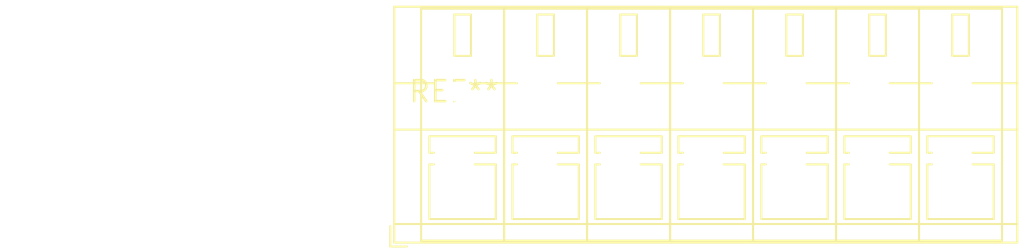
<source format=kicad_pcb>
(kicad_pcb (version 20240108) (generator pcbnew)
  (layers (0 "F.Cu" signal) (31 "B.Cu" signal) (34 "B.Paste" user) (35 "F.Paste" user) (36 "B.SilkS" user "B.Silkscreen") (37 "F.SilkS" user "F.Silkscreen") (38 "B.Mask" user) (39 "F.Mask" user) (44 "Edge.Cuts" user))
  (net 0 "")
  (footprint "TerminalBlock_WAGO_236-407_1x07_P5.00mm_45Degree" (layer "F.Cu") (at 0 0)
    (property "Reference" "REF**")
    (property "Value" "TerminalBlock_WAGO_236-407_1x07_P5.00mm_45Degree")
    (fp_line (start -3.86 8.12) (end -3.86 9.36) (layer "F.SilkS") (stroke (width 0.12)))
    (fp_line (start -3.86 9.36) (end -2.86 9.36) (layer "F.SilkS") (stroke (width 0.12)))
    (fp_line (start -3.62 -5.12) (end -3.62 9.12) (layer "F.SilkS") (stroke (width 0.12)))
    (fp_line (start -3.62 -5.12) (end 33.92 -5.12) (layer "F.SilkS") (stroke (width 0.12)))
    (fp_line (start -3.62 -0.5) (end -1.23 -0.5) (layer "F.SilkS") (stroke (width 0.12)))
    (fp_line (start -3.62 2.3) (end 33.92 2.3) (layer "F.SilkS") (stroke (width 0.12)))
    (fp_line (start -3.62 8) (end 33.92 8) (layer "F.SilkS") (stroke (width 0.12)))
    (fp_line (start -3.62 9.12) (end 33.92 9.12) (layer "F.SilkS") (stroke (width 0.12)))
    (fp_line (start -2 -5) (end -2 9) (layer "F.SilkS") (stroke (width 0.12)))
    (fp_line (start -2 -5) (end 3 -5) (layer "F.SilkS") (stroke (width 0.12)))
    (fp_line (start -2 9) (end 3 9) (layer "F.SilkS") (stroke (width 0.12)))
    (fp_line (start -1.5 2.7) (end -1.5 3.7) (layer "F.SilkS") (stroke (width 0.12)))
    (fp_line (start -1.5 2.7) (end 2.5 2.7) (layer "F.SilkS") (stroke (width 0.12)))
    (fp_line (start -1.5 3.7) (end -1.23 3.7) (layer "F.SilkS") (stroke (width 0.12)))
    (fp_line (start -1.5 4.4) (end -1.5 7.7) (layer "F.SilkS") (stroke (width 0.12)))
    (fp_line (start -1.5 4.4) (end -1.23 4.4) (layer "F.SilkS") (stroke (width 0.12)))
    (fp_line (start -1.5 7.7) (end 2.5 7.7) (layer "F.SilkS") (stroke (width 0.12)))
    (fp_line (start 0 -4.65) (end 0 -2.151) (layer "F.SilkS") (stroke (width 0.12)))
    (fp_line (start 0 -4.65) (end 1 -4.65) (layer "F.SilkS") (stroke (width 0.12)))
    (fp_line (start 0 -2.151) (end 1 -2.151) (layer "F.SilkS") (stroke (width 0.12)))
    (fp_line (start 1 -4.65) (end 1 -2.151) (layer "F.SilkS") (stroke (width 0.12)))
    (fp_line (start 1.23 -0.5) (end 3.77 -0.5) (layer "F.SilkS") (stroke (width 0.12)))
    (fp_line (start 1.23 3.7) (end 2.5 3.7) (layer "F.SilkS") (stroke (width 0.12)))
    (fp_line (start 1.23 4.4) (end 2.5 4.4) (layer "F.SilkS") (stroke (width 0.12)))
    (fp_line (start 2.5 2.7) (end 2.5 3.7) (layer "F.SilkS") (stroke (width 0.12)))
    (fp_line (start 2.5 4.4) (end 2.5 7.7) (layer "F.SilkS") (stroke (width 0.12)))
    (fp_line (start 3 -5) (end 3 9) (layer "F.SilkS") (stroke (width 0.12)))
    (fp_line (start 3 -5) (end 3 9) (layer "F.SilkS") (stroke (width 0.12)))
    (fp_line (start 3 -5) (end 8 -5) (layer "F.SilkS") (stroke (width 0.12)))
    (fp_line (start 3 9) (end 8 9) (layer "F.SilkS") (stroke (width 0.12)))
    (fp_line (start 3.5 2.7) (end 3.5 3.7) (layer "F.SilkS") (stroke (width 0.12)))
    (fp_line (start 3.5 2.7) (end 7.5 2.7) (layer "F.SilkS") (stroke (width 0.12)))
    (fp_line (start 3.5 3.7) (end 3.77 3.7) (layer "F.SilkS") (stroke (width 0.12)))
    (fp_line (start 3.5 4.4) (end 3.5 7.7) (layer "F.SilkS") (stroke (width 0.12)))
    (fp_line (start 3.5 4.4) (end 3.77 4.4) (layer "F.SilkS") (stroke (width 0.12)))
    (fp_line (start 3.5 7.7) (end 7.5 7.7) (layer "F.SilkS") (stroke (width 0.12)))
    (fp_line (start 5 -4.65) (end 5 -2.151) (layer "F.SilkS") (stroke (width 0.12)))
    (fp_line (start 5 -4.65) (end 6 -4.65) (layer "F.SilkS") (stroke (width 0.12)))
    (fp_line (start 5 -2.151) (end 6 -2.151) (layer "F.SilkS") (stroke (width 0.12)))
    (fp_line (start 6 -4.65) (end 6 -2.151) (layer "F.SilkS") (stroke (width 0.12)))
    (fp_line (start 6.23 -0.5) (end 8.77 -0.5) (layer "F.SilkS") (stroke (width 0.12)))
    (fp_line (start 6.23 3.7) (end 7.5 3.7) (layer "F.SilkS") (stroke (width 0.12)))
    (fp_line (start 6.23 4.4) (end 7.5 4.4) (layer "F.SilkS") (stroke (width 0.12)))
    (fp_line (start 7.5 2.7) (end 7.5 3.7) (layer "F.SilkS") (stroke (width 0.12)))
    (fp_line (start 7.5 4.4) (end 7.5 7.7) (layer "F.SilkS") (stroke (width 0.12)))
    (fp_line (start 8 -5) (end 8 9) (layer "F.SilkS") (stroke (width 0.12)))
    (fp_line (start 8 -5) (end 8 9) (layer "F.SilkS") (stroke (width 0.12)))
    (fp_line (start 8 -5) (end 13 -5) (layer "F.SilkS") (stroke (width 0.12)))
    (fp_line (start 8 9) (end 13 9) (layer "F.SilkS") (stroke (width 0.12)))
    (fp_line (start 8.5 2.7) (end 8.5 3.7) (layer "F.SilkS") (stroke (width 0.12)))
    (fp_line (start 8.5 2.7) (end 12.5 2.7) (layer "F.SilkS") (stroke (width 0.12)))
    (fp_line (start 8.5 3.7) (end 8.77 3.7) (layer "F.SilkS") (stroke (width 0.12)))
    (fp_line (start 8.5 4.4) (end 8.5 7.7) (layer "F.SilkS") (stroke (width 0.12)))
    (fp_line (start 8.5 4.4) (end 8.77 4.4) (layer "F.SilkS") (stroke (width 0.12)))
    (fp_line (start 8.5 7.7) (end 12.5 7.7) (layer "F.SilkS") (stroke (width 0.12)))
    (fp_line (start 10 -4.65) (end 10 -2.151) (layer "F.SilkS") (stroke (width 0.12)))
    (fp_line (start 10 -4.65) (end 11 -4.65) (layer "F.SilkS") (stroke (width 0.12)))
    (fp_line (start 10 -2.151) (end 11 -2.151) (layer "F.SilkS") (stroke (width 0.12)))
    (fp_line (start 11 -4.65) (end 11 -2.151) (layer "F.SilkS") (stroke (width 0.12)))
    (fp_line (start 11.23 -0.5) (end 13.77 -0.5) (layer "F.SilkS") (stroke (width 0.12)))
    (fp_line (start 11.23 3.7) (end 12.5 3.7) (layer "F.SilkS") (stroke (width 0.12)))
    (fp_line (start 11.23 4.4) (end 12.5 4.4) (layer "F.SilkS") (stroke (width 0.12)))
    (fp_line (start 12.5 2.7) (end 12.5 3.7) (layer "F.SilkS") (stroke (width 0.12)))
    (fp_line (start 12.5 4.4) (end 12.5 7.7) (layer "F.SilkS") (stroke (width 0.12)))
    (fp_line (start 13 -5) (end 13 9) (layer "F.SilkS") (stroke (width 0.12)))
    (fp_line (start 13 -5) (end 13 9) (layer "F.SilkS") (stroke (width 0.12)))
    (fp_line (start 13 -5) (end 18 -5) (layer "F.SilkS") (stroke (width 0.12)))
    (fp_line (start 13 9) (end 18 9) (layer "F.SilkS") (stroke (width 0.12)))
    (fp_line (start 13.5 2.7) (end 13.5 3.7) (layer "F.SilkS") (stroke (width 0.12)))
    (fp_line (start 13.5 2.7) (end 17.5 2.7) (layer "F.SilkS") (stroke (width 0.12)))
    (fp_line (start 13.5 3.7) (end 13.77 3.7) (layer "F.SilkS") (stroke (width 0.12)))
    (fp_line (start 13.5 4.4) (end 13.5 7.7) (layer "F.SilkS") (stroke (width 0.12)))
    (fp_line (start 13.5 4.4) (end 13.77 4.4) (layer "F.SilkS") (stroke (width 0.12)))
    (fp_line (start 13.5 7.7) (end 17.5 7.7) (layer "F.SilkS") (stroke (width 0.12)))
    (fp_line (start 15 -4.65) (end 15 -2.151) (layer "F.SilkS") (stroke (width 0.12)))
    (fp_line (start 15 -4.65) (end 16 -4.65) (layer "F.SilkS") (stroke (width 0.12)))
    (fp_line (start 15 -2.151) (end 16 -2.151) (layer "F.SilkS") (stroke (width 0.12)))
    (fp_line (start 16 -4.65) (end 16 -2.151) (layer "F.SilkS") (stroke (width 0.12)))
    (fp_line (start 16.23 -0.5) (end 18.77 -0.5) (layer "F.SilkS") (stroke (width 0.12)))
    (fp_line (start 16.23 3.7) (end 17.5 3.7) (layer "F.SilkS") (stroke (width 0.12)))
    (fp_line (start 16.23 4.4) (end 17.5 4.4) (layer "F.SilkS") (stroke (width 0.12)))
    (fp_line (start 17.5 2.7) (end 17.5 3.7) (layer "F.SilkS") (stroke (width 0.12)))
    (fp_line (start 17.5 4.4) (end 17.5 7.7) (layer "F.SilkS") (stroke (width 0.12)))
    (fp_line (start 18 -5) (end 18 9) (layer "F.SilkS") (stroke (width 0.12)))
    (fp_line (start 18 -5) (end 18 9) (layer "F.SilkS") (stroke (width 0.12)))
    (fp_line (start 18 -5) (end 23 -5) (layer "F.SilkS") (stroke (width 0.12)))
    (fp_line (start 18 9) (end 23 9) (layer "F.SilkS") (stroke (width 0.12)))
    (fp_line (start 18.5 2.7) (end 18.5 3.7) (layer "F.SilkS") (stroke (width 0.12)))
    (fp_line (start 18.5 2.7) (end 22.5 2.7) (layer "F.SilkS") (stroke (width 0.12)))
    (fp_line (start 18.5 3.7) (end 18.77 3.7) (layer "F.SilkS") (stroke (width 0.12)))
    (fp_line (start 18.5 4.4) (end 18.5 7.7) (layer "F.SilkS") (stroke (width 0.12)))
    (fp_line (start 18.5 4.4) (end 18.77 4.4) (layer "F.SilkS") (stroke (width 0.12)))
    (fp_line (start 18.5 7.7) (end 22.5 7.7) (layer "F.SilkS") (stroke (width 0.12)))
    (fp_line (start 20 -4.65) (end 20 -2.151) (layer "F.SilkS") (stroke (width 0.12)))
    (fp_line (start 20 -4.65) (end 21 -4.65) (layer "F.SilkS") (stroke (width 0.12)))
    (fp_line (start 20 -2.151) (end 21 -2.151) (layer "F.SilkS") (stroke (width 0.12)))
    (fp_line (start 21 -4.65) (end 21 -2.151) (layer "F.SilkS") (stroke (width 0.12)))
    (fp_line (start 21.23 -0.5) (end 23.77 -0.5) (layer "F.SilkS") (stroke (width 0.12)))
    (fp_line (start 21.23 3.7) (end 22.5 3.7) (layer "F.SilkS") (stroke (width 0.12)))
    (fp_line (start 21.23 4.4) (end 22.5 4.4) (layer "F.SilkS") (stroke (width 0.12)))
    (fp_line (start 22.5 2.7) (end 22.5 3.7) (layer "F.SilkS") (stroke (width 0.12)))
    (fp_line (start 22.5 4.4) (end 22.5 7.7) (layer "F.SilkS") (stroke (width 0.12)))
    (fp_line (start 23 -5) (end 23 9) (layer "F.SilkS") (stroke (width 0.12)))
    (fp_line (start 23 -5) (end 23 9) (layer "F.SilkS") (stroke (width 0.12)))
    (fp_line (start 23 -5) (end 28 -5) (layer "F.SilkS") (stroke (width 0.12)))
    (fp_line (start 23 9) (end 28 9) (layer "F.SilkS") (stroke (width 0.12)))
    (fp_line (start 23.5 2.7) (end 23.5 3.7) (layer "F.SilkS") (stroke (width 0.12)))
    (fp_line (start 23.5 2.7) (end 27.5 2.7) (layer "F.SilkS") (stroke (width 0.12)))
    (fp_line (start 23.5 3.7) (end 23.77 3.7) (layer "F.SilkS") (stroke (width 0.12)))
    (fp_line (start 23.5 4.4) (end 23.5 7.7) (layer "F.SilkS") (stroke (width 0.12)))
    (fp_line (start 23.5 4.4) (end 23.77 4.4) (layer "F.SilkS") (stroke (width 0.12)))
    (fp_line (start 23.5 7.7) (end 27.5 7.7) (layer "F.SilkS") (stroke (width 0.12)))
    (fp_line (start 25 -4.65) (end 25 -2.151) (layer "F.SilkS") (stroke (width 0.12)))
    (fp_line (start 25 -4.65) (end 26 -4.65) (layer "F.SilkS") (stroke (width 0.12)))
    (fp_line (start 25 -2.151) (end 26 -2.151) (layer "F.SilkS") (stroke (width 0.12)))
    (fp_line (start 26 -4.65) (end 26 -2.151) (layer "F.SilkS") (stroke (width 0.12)))
    (fp_line (start 26.23 -0.5) (end 28.77 -0.5) (layer "F.SilkS") (stroke (width 0.12)))
    (fp_line (start 26.23 3.7) (end 27.5 3.7) (layer "F.SilkS") (stroke (width 0.12)))
    (fp_line (start 26.23 4.4) (end 27.5 4.4) (layer "F.SilkS") (stroke (width 0.12)))
    (fp_line (start 27.5 2.7) (end 27.5 3.7) (layer "F.SilkS") (stroke (width 0.12)))
    (fp_line (start 27.5 4.4) (end 27.5 7.7) (layer "F.SilkS") (stroke (width 0.12)))
    (fp_line (start 28 -5) (end 28 9) (layer "F.SilkS") (stroke (width 0.12)))
    (fp_line (start 28 -5) (end 28 9) (layer "F.SilkS") (stroke (width 0.12)))
    (fp_line (start 28 -5) (end 33 -5) (layer "F.SilkS") (stroke (width 0.12)))
    (fp_line (start 28 9) (end 33 9) (layer "F.SilkS") (stroke (width 0.12)))
    (fp_line (start 28.5 2.7) (end 28.5 3.7) (layer "F.SilkS") (stroke (width 0.12)))
    (fp_line (start 28.5 2.7) (end 32.5 2.7) (layer "F.SilkS") (stroke (width 0.12)))
    (fp_line (start 28.5 3.7) (end 28.77 3.7) (layer "F.SilkS") (stroke (width 0.12)))
    (fp_line (start 28.5 4.4) (end 28.5 7.7) (layer "F.SilkS") (stroke (width 0.12)))
    (fp_line (start 28.5 4.4) (end 28.77 4.4) (layer "F.SilkS") (stroke (width 0.12)))
    (fp_line (start 28.5 7.7) (end 32.5 7.7) (layer "F.SilkS") (stroke (width 0.12)))
    (fp_line (start 30 -4.65) (end 30 -2.151) (layer "F.SilkS") (stroke (width 0.12)))
    (fp_line (start 30 -4.65) (end 31 -4.65) (layer "F.SilkS") (stroke (width 0.12)))
    (fp_line (start 30 -2.151) (end 31 -2.151) (layer "F.SilkS") (stroke (width 0.12)))
    (fp_line (start 31 -4.65) (end 31 -2.151) (layer "F.SilkS") (stroke (width 0.12)))
    (fp_line (start 31.23 -0.5) (end 33.92 -0.5) (layer "F.SilkS") (stroke (width 0.12)))
    (fp_line (start 31.23 3.7) (end 32.5 3.7) (layer "F.SilkS") (stroke (width 0.12)))
    (fp_line (start 31.23 4.4) (end 32.5 4.4) (layer "F.SilkS") (stroke (width 0.12)))
    (fp_line (start 32.5 2.7) (end 32.5 3.7) (layer "F.SilkS") (stroke (width 0.12)))
    (fp_line (start 32.5 4.4) (end 32.5 7.7) (layer "F.SilkS") (stroke (width 0.12)))
    (fp_line (start 33 -5) (end 33 9) (layer "F.SilkS") (stroke (width 0.12)))
    (fp_line (start 33.92 -5.12) (end 33.92 9.12) (layer "F.SilkS") (stroke (width 0.12)))
    (pad "1" thru_hole rect (at 0 0) (size 1.5 3) (drill 1.15) (layers *.Cu *.Mask) (remove_unused_layers))
    (pad "1" thru_hole rect (at 0 5) (size 1.5 3) (drill 1.15) (layers *.Cu *.Mask) (remove_unused_layers))
    (pad "2" thru_hole oval (at 5 0) (size 1.5 3) (drill 1.15) (layers *.Cu *.Mask) (remove_unused_layers))
    (pad "2" thru_hole oval (at 5 5) (size 1.5 3) (drill 1.15) (layers *.Cu *.Mask) (remove_unused_layers))
    (pad "3" thru_hole oval (at 10 0) (size 1.5 3) (drill 1.15) (layers *.Cu *.Mask) (remove_unused_layers))
    (pad "3" thru_hole oval (at 10 5) (size 1.5 3) (drill 1.15) (layers *.Cu *.Mask) (remove_unused_layers))
    (pad "4" thru_hole oval (at 15 0) (size 1.5 3) (drill 1.15) (layers *.Cu *.Mask) (remove_unused_layers))
    (pad "4" thru_hole oval (at 15 5) (size 1.5 3) (drill 1.15) (layers *.Cu *.Mask) (remove_unused_layers))
    (pad "5" thru_hole oval (at 20 0) (size 1.5 3) (drill 1.15) (layers *.Cu *.Mask) (remove_unused_layers))
    (pad "5" thru_hole oval (at 20 5) (size 1.5 3) (drill 1.15) (layers *.Cu *.Mask) (remove_unused_layers))
    (pad "6" thru_hole oval (at 25 0) (size 1.5 3) (drill 1.15) (layers *.Cu *.Mask) (remove_unused_layers))
    (pad "6" thru_hole oval (at 25 5) (size 1.5 3) (drill 1.15) (layers *.Cu *.Mask) (remove_unused_layers))
    (pad "7" thru_hole oval (at 30 0) (size 1.5 3) (drill 1.15) (layers *.Cu *.Mask) (remove_unused_layers))
    (pad "7" thru_hole oval (at 30 5) (size 1.5 3) (drill 1.15) (layers *.Cu *.Mask) (remove_unused_layers))
  )
)
</source>
